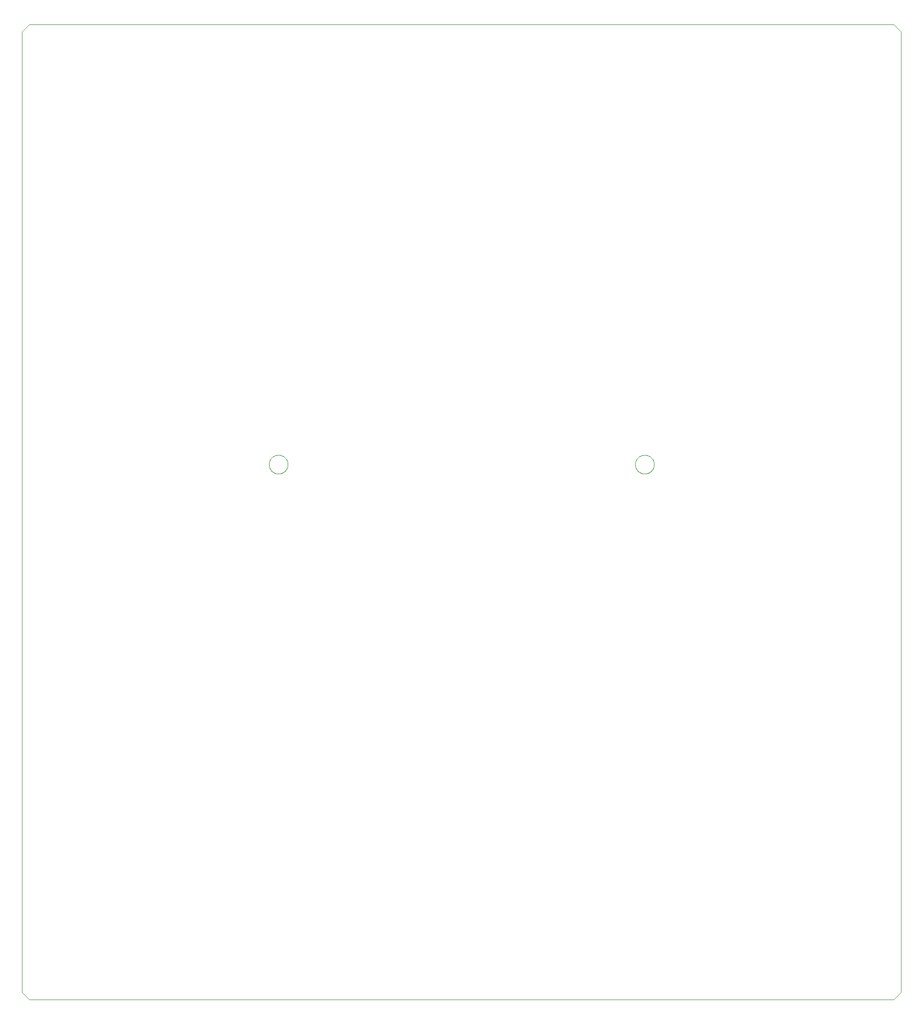
<source format=gko>
G75*
%MOIN*%
%OFA0B0*%
%FSLAX25Y25*%
%IPPOS*%
%LPD*%
%AMOC8*
5,1,8,0,0,1.08239X$1,22.5*
%
%ADD10C,0.00000*%
D10*
X0036500Y0066500D02*
X0031500Y0071500D01*
X0031500Y0726500D01*
X0036500Y0731500D01*
X0626500Y0731500D01*
X0631500Y0726500D01*
X0631500Y0071500D01*
X0626500Y0066500D01*
X0036500Y0066500D01*
X0200075Y0431500D02*
X0200077Y0431660D01*
X0200083Y0431820D01*
X0200093Y0431980D01*
X0200107Y0432140D01*
X0200125Y0432299D01*
X0200147Y0432458D01*
X0200173Y0432616D01*
X0200202Y0432773D01*
X0200236Y0432930D01*
X0200274Y0433085D01*
X0200315Y0433240D01*
X0200360Y0433394D01*
X0200410Y0433546D01*
X0200462Y0433697D01*
X0200519Y0433847D01*
X0200580Y0433996D01*
X0200644Y0434143D01*
X0200711Y0434288D01*
X0200783Y0434431D01*
X0200857Y0434573D01*
X0200936Y0434713D01*
X0201018Y0434850D01*
X0201103Y0434986D01*
X0201191Y0435119D01*
X0201283Y0435251D01*
X0201378Y0435379D01*
X0201477Y0435506D01*
X0201578Y0435630D01*
X0201683Y0435751D01*
X0201790Y0435870D01*
X0201901Y0435986D01*
X0202014Y0436099D01*
X0202130Y0436210D01*
X0202249Y0436317D01*
X0202370Y0436422D01*
X0202494Y0436523D01*
X0202621Y0436622D01*
X0202749Y0436717D01*
X0202881Y0436809D01*
X0203014Y0436897D01*
X0203150Y0436982D01*
X0203288Y0437064D01*
X0203427Y0437143D01*
X0203569Y0437217D01*
X0203712Y0437289D01*
X0203857Y0437356D01*
X0204004Y0437420D01*
X0204153Y0437481D01*
X0204303Y0437538D01*
X0204454Y0437590D01*
X0204606Y0437640D01*
X0204760Y0437685D01*
X0204915Y0437726D01*
X0205070Y0437764D01*
X0205227Y0437798D01*
X0205384Y0437827D01*
X0205542Y0437853D01*
X0205701Y0437875D01*
X0205860Y0437893D01*
X0206020Y0437907D01*
X0206180Y0437917D01*
X0206340Y0437923D01*
X0206500Y0437925D01*
X0206660Y0437923D01*
X0206820Y0437917D01*
X0206980Y0437907D01*
X0207140Y0437893D01*
X0207299Y0437875D01*
X0207458Y0437853D01*
X0207616Y0437827D01*
X0207773Y0437798D01*
X0207930Y0437764D01*
X0208085Y0437726D01*
X0208240Y0437685D01*
X0208394Y0437640D01*
X0208546Y0437590D01*
X0208697Y0437538D01*
X0208847Y0437481D01*
X0208996Y0437420D01*
X0209143Y0437356D01*
X0209288Y0437289D01*
X0209431Y0437217D01*
X0209573Y0437143D01*
X0209713Y0437064D01*
X0209850Y0436982D01*
X0209986Y0436897D01*
X0210119Y0436809D01*
X0210251Y0436717D01*
X0210379Y0436622D01*
X0210506Y0436523D01*
X0210630Y0436422D01*
X0210751Y0436317D01*
X0210870Y0436210D01*
X0210986Y0436099D01*
X0211099Y0435986D01*
X0211210Y0435870D01*
X0211317Y0435751D01*
X0211422Y0435630D01*
X0211523Y0435506D01*
X0211622Y0435379D01*
X0211717Y0435251D01*
X0211809Y0435119D01*
X0211897Y0434986D01*
X0211982Y0434850D01*
X0212064Y0434712D01*
X0212143Y0434573D01*
X0212217Y0434431D01*
X0212289Y0434288D01*
X0212356Y0434143D01*
X0212420Y0433996D01*
X0212481Y0433847D01*
X0212538Y0433697D01*
X0212590Y0433546D01*
X0212640Y0433394D01*
X0212685Y0433240D01*
X0212726Y0433085D01*
X0212764Y0432930D01*
X0212798Y0432773D01*
X0212827Y0432616D01*
X0212853Y0432458D01*
X0212875Y0432299D01*
X0212893Y0432140D01*
X0212907Y0431980D01*
X0212917Y0431820D01*
X0212923Y0431660D01*
X0212925Y0431500D01*
X0212923Y0431340D01*
X0212917Y0431180D01*
X0212907Y0431020D01*
X0212893Y0430860D01*
X0212875Y0430701D01*
X0212853Y0430542D01*
X0212827Y0430384D01*
X0212798Y0430227D01*
X0212764Y0430070D01*
X0212726Y0429915D01*
X0212685Y0429760D01*
X0212640Y0429606D01*
X0212590Y0429454D01*
X0212538Y0429303D01*
X0212481Y0429153D01*
X0212420Y0429004D01*
X0212356Y0428857D01*
X0212289Y0428712D01*
X0212217Y0428569D01*
X0212143Y0428427D01*
X0212064Y0428287D01*
X0211982Y0428150D01*
X0211897Y0428014D01*
X0211809Y0427881D01*
X0211717Y0427749D01*
X0211622Y0427621D01*
X0211523Y0427494D01*
X0211422Y0427370D01*
X0211317Y0427249D01*
X0211210Y0427130D01*
X0211099Y0427014D01*
X0210986Y0426901D01*
X0210870Y0426790D01*
X0210751Y0426683D01*
X0210630Y0426578D01*
X0210506Y0426477D01*
X0210379Y0426378D01*
X0210251Y0426283D01*
X0210119Y0426191D01*
X0209986Y0426103D01*
X0209850Y0426018D01*
X0209712Y0425936D01*
X0209573Y0425857D01*
X0209431Y0425783D01*
X0209288Y0425711D01*
X0209143Y0425644D01*
X0208996Y0425580D01*
X0208847Y0425519D01*
X0208697Y0425462D01*
X0208546Y0425410D01*
X0208394Y0425360D01*
X0208240Y0425315D01*
X0208085Y0425274D01*
X0207930Y0425236D01*
X0207773Y0425202D01*
X0207616Y0425173D01*
X0207458Y0425147D01*
X0207299Y0425125D01*
X0207140Y0425107D01*
X0206980Y0425093D01*
X0206820Y0425083D01*
X0206660Y0425077D01*
X0206500Y0425075D01*
X0206340Y0425077D01*
X0206180Y0425083D01*
X0206020Y0425093D01*
X0205860Y0425107D01*
X0205701Y0425125D01*
X0205542Y0425147D01*
X0205384Y0425173D01*
X0205227Y0425202D01*
X0205070Y0425236D01*
X0204915Y0425274D01*
X0204760Y0425315D01*
X0204606Y0425360D01*
X0204454Y0425410D01*
X0204303Y0425462D01*
X0204153Y0425519D01*
X0204004Y0425580D01*
X0203857Y0425644D01*
X0203712Y0425711D01*
X0203569Y0425783D01*
X0203427Y0425857D01*
X0203287Y0425936D01*
X0203150Y0426018D01*
X0203014Y0426103D01*
X0202881Y0426191D01*
X0202749Y0426283D01*
X0202621Y0426378D01*
X0202494Y0426477D01*
X0202370Y0426578D01*
X0202249Y0426683D01*
X0202130Y0426790D01*
X0202014Y0426901D01*
X0201901Y0427014D01*
X0201790Y0427130D01*
X0201683Y0427249D01*
X0201578Y0427370D01*
X0201477Y0427494D01*
X0201378Y0427621D01*
X0201283Y0427749D01*
X0201191Y0427881D01*
X0201103Y0428014D01*
X0201018Y0428150D01*
X0200936Y0428288D01*
X0200857Y0428427D01*
X0200783Y0428569D01*
X0200711Y0428712D01*
X0200644Y0428857D01*
X0200580Y0429004D01*
X0200519Y0429153D01*
X0200462Y0429303D01*
X0200410Y0429454D01*
X0200360Y0429606D01*
X0200315Y0429760D01*
X0200274Y0429915D01*
X0200236Y0430070D01*
X0200202Y0430227D01*
X0200173Y0430384D01*
X0200147Y0430542D01*
X0200125Y0430701D01*
X0200107Y0430860D01*
X0200093Y0431020D01*
X0200083Y0431180D01*
X0200077Y0431340D01*
X0200075Y0431500D01*
X0450075Y0431500D02*
X0450077Y0431660D01*
X0450083Y0431820D01*
X0450093Y0431980D01*
X0450107Y0432140D01*
X0450125Y0432299D01*
X0450147Y0432458D01*
X0450173Y0432616D01*
X0450202Y0432773D01*
X0450236Y0432930D01*
X0450274Y0433085D01*
X0450315Y0433240D01*
X0450360Y0433394D01*
X0450410Y0433546D01*
X0450462Y0433697D01*
X0450519Y0433847D01*
X0450580Y0433996D01*
X0450644Y0434143D01*
X0450711Y0434288D01*
X0450783Y0434431D01*
X0450857Y0434573D01*
X0450936Y0434713D01*
X0451018Y0434850D01*
X0451103Y0434986D01*
X0451191Y0435119D01*
X0451283Y0435251D01*
X0451378Y0435379D01*
X0451477Y0435506D01*
X0451578Y0435630D01*
X0451683Y0435751D01*
X0451790Y0435870D01*
X0451901Y0435986D01*
X0452014Y0436099D01*
X0452130Y0436210D01*
X0452249Y0436317D01*
X0452370Y0436422D01*
X0452494Y0436523D01*
X0452621Y0436622D01*
X0452749Y0436717D01*
X0452881Y0436809D01*
X0453014Y0436897D01*
X0453150Y0436982D01*
X0453288Y0437064D01*
X0453427Y0437143D01*
X0453569Y0437217D01*
X0453712Y0437289D01*
X0453857Y0437356D01*
X0454004Y0437420D01*
X0454153Y0437481D01*
X0454303Y0437538D01*
X0454454Y0437590D01*
X0454606Y0437640D01*
X0454760Y0437685D01*
X0454915Y0437726D01*
X0455070Y0437764D01*
X0455227Y0437798D01*
X0455384Y0437827D01*
X0455542Y0437853D01*
X0455701Y0437875D01*
X0455860Y0437893D01*
X0456020Y0437907D01*
X0456180Y0437917D01*
X0456340Y0437923D01*
X0456500Y0437925D01*
X0456660Y0437923D01*
X0456820Y0437917D01*
X0456980Y0437907D01*
X0457140Y0437893D01*
X0457299Y0437875D01*
X0457458Y0437853D01*
X0457616Y0437827D01*
X0457773Y0437798D01*
X0457930Y0437764D01*
X0458085Y0437726D01*
X0458240Y0437685D01*
X0458394Y0437640D01*
X0458546Y0437590D01*
X0458697Y0437538D01*
X0458847Y0437481D01*
X0458996Y0437420D01*
X0459143Y0437356D01*
X0459288Y0437289D01*
X0459431Y0437217D01*
X0459573Y0437143D01*
X0459713Y0437064D01*
X0459850Y0436982D01*
X0459986Y0436897D01*
X0460119Y0436809D01*
X0460251Y0436717D01*
X0460379Y0436622D01*
X0460506Y0436523D01*
X0460630Y0436422D01*
X0460751Y0436317D01*
X0460870Y0436210D01*
X0460986Y0436099D01*
X0461099Y0435986D01*
X0461210Y0435870D01*
X0461317Y0435751D01*
X0461422Y0435630D01*
X0461523Y0435506D01*
X0461622Y0435379D01*
X0461717Y0435251D01*
X0461809Y0435119D01*
X0461897Y0434986D01*
X0461982Y0434850D01*
X0462064Y0434712D01*
X0462143Y0434573D01*
X0462217Y0434431D01*
X0462289Y0434288D01*
X0462356Y0434143D01*
X0462420Y0433996D01*
X0462481Y0433847D01*
X0462538Y0433697D01*
X0462590Y0433546D01*
X0462640Y0433394D01*
X0462685Y0433240D01*
X0462726Y0433085D01*
X0462764Y0432930D01*
X0462798Y0432773D01*
X0462827Y0432616D01*
X0462853Y0432458D01*
X0462875Y0432299D01*
X0462893Y0432140D01*
X0462907Y0431980D01*
X0462917Y0431820D01*
X0462923Y0431660D01*
X0462925Y0431500D01*
X0462923Y0431340D01*
X0462917Y0431180D01*
X0462907Y0431020D01*
X0462893Y0430860D01*
X0462875Y0430701D01*
X0462853Y0430542D01*
X0462827Y0430384D01*
X0462798Y0430227D01*
X0462764Y0430070D01*
X0462726Y0429915D01*
X0462685Y0429760D01*
X0462640Y0429606D01*
X0462590Y0429454D01*
X0462538Y0429303D01*
X0462481Y0429153D01*
X0462420Y0429004D01*
X0462356Y0428857D01*
X0462289Y0428712D01*
X0462217Y0428569D01*
X0462143Y0428427D01*
X0462064Y0428287D01*
X0461982Y0428150D01*
X0461897Y0428014D01*
X0461809Y0427881D01*
X0461717Y0427749D01*
X0461622Y0427621D01*
X0461523Y0427494D01*
X0461422Y0427370D01*
X0461317Y0427249D01*
X0461210Y0427130D01*
X0461099Y0427014D01*
X0460986Y0426901D01*
X0460870Y0426790D01*
X0460751Y0426683D01*
X0460630Y0426578D01*
X0460506Y0426477D01*
X0460379Y0426378D01*
X0460251Y0426283D01*
X0460119Y0426191D01*
X0459986Y0426103D01*
X0459850Y0426018D01*
X0459712Y0425936D01*
X0459573Y0425857D01*
X0459431Y0425783D01*
X0459288Y0425711D01*
X0459143Y0425644D01*
X0458996Y0425580D01*
X0458847Y0425519D01*
X0458697Y0425462D01*
X0458546Y0425410D01*
X0458394Y0425360D01*
X0458240Y0425315D01*
X0458085Y0425274D01*
X0457930Y0425236D01*
X0457773Y0425202D01*
X0457616Y0425173D01*
X0457458Y0425147D01*
X0457299Y0425125D01*
X0457140Y0425107D01*
X0456980Y0425093D01*
X0456820Y0425083D01*
X0456660Y0425077D01*
X0456500Y0425075D01*
X0456340Y0425077D01*
X0456180Y0425083D01*
X0456020Y0425093D01*
X0455860Y0425107D01*
X0455701Y0425125D01*
X0455542Y0425147D01*
X0455384Y0425173D01*
X0455227Y0425202D01*
X0455070Y0425236D01*
X0454915Y0425274D01*
X0454760Y0425315D01*
X0454606Y0425360D01*
X0454454Y0425410D01*
X0454303Y0425462D01*
X0454153Y0425519D01*
X0454004Y0425580D01*
X0453857Y0425644D01*
X0453712Y0425711D01*
X0453569Y0425783D01*
X0453427Y0425857D01*
X0453287Y0425936D01*
X0453150Y0426018D01*
X0453014Y0426103D01*
X0452881Y0426191D01*
X0452749Y0426283D01*
X0452621Y0426378D01*
X0452494Y0426477D01*
X0452370Y0426578D01*
X0452249Y0426683D01*
X0452130Y0426790D01*
X0452014Y0426901D01*
X0451901Y0427014D01*
X0451790Y0427130D01*
X0451683Y0427249D01*
X0451578Y0427370D01*
X0451477Y0427494D01*
X0451378Y0427621D01*
X0451283Y0427749D01*
X0451191Y0427881D01*
X0451103Y0428014D01*
X0451018Y0428150D01*
X0450936Y0428288D01*
X0450857Y0428427D01*
X0450783Y0428569D01*
X0450711Y0428712D01*
X0450644Y0428857D01*
X0450580Y0429004D01*
X0450519Y0429153D01*
X0450462Y0429303D01*
X0450410Y0429454D01*
X0450360Y0429606D01*
X0450315Y0429760D01*
X0450274Y0429915D01*
X0450236Y0430070D01*
X0450202Y0430227D01*
X0450173Y0430384D01*
X0450147Y0430542D01*
X0450125Y0430701D01*
X0450107Y0430860D01*
X0450093Y0431020D01*
X0450083Y0431180D01*
X0450077Y0431340D01*
X0450075Y0431500D01*
M02*

</source>
